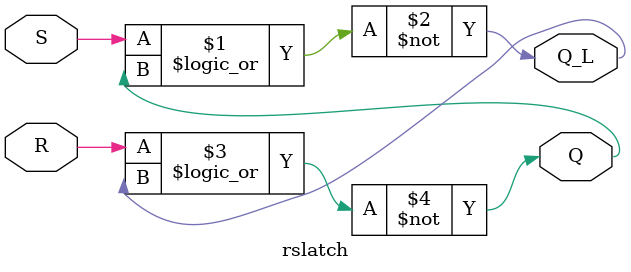
<source format=v>
`timescale 1ns / 1ps
module rslatch(
		input R,
		input S,
		output Q,
		output Q_L
    );
	 
	 assign #10 Q_L = ~(S || Q);
	 assign #10 Q = ~(R || Q_L);

endmodule

</source>
